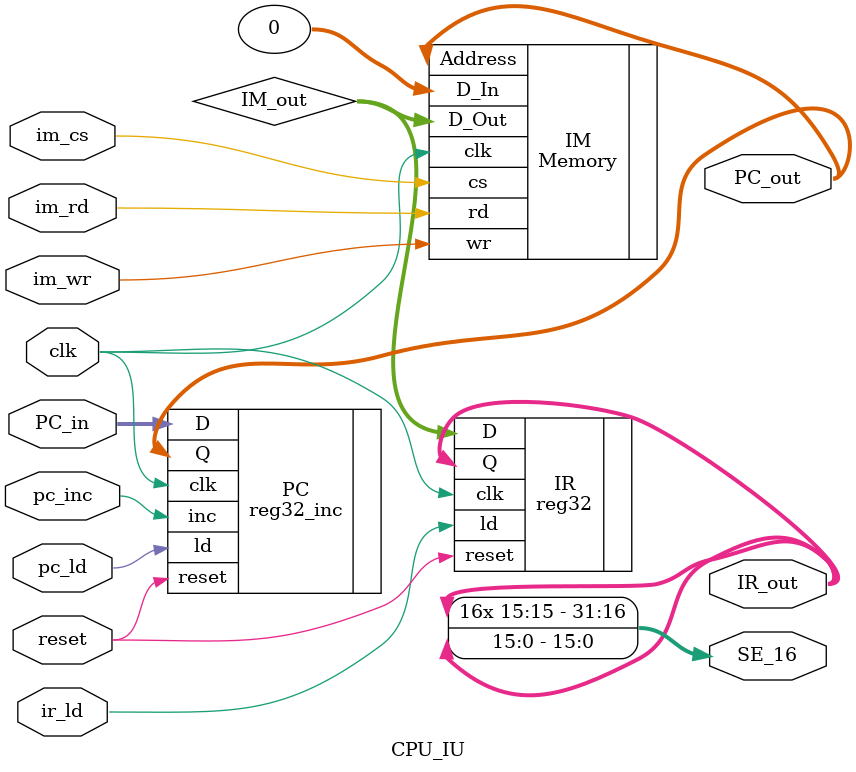
<source format=v>
`timescale 1ns / 1ps
/********************************************************************************
 *
 * Author:   Jesus Luciano & Rosswell Tiongco
 * Filename: CPU_IU.v
 * Date:     3/5/2019
 * Version:  1.0
 * 
 * Notes:    Instruction unit which contains a Program Counter, Instruction 
 *           Memory, Instruction Register and a sign extended output for
 *           immediate instructions.
 *
 *******************************************************************************/
module CPU_IU(clk, reset, im_cs, im_wr, im_rd, pc_ld, pc_inc, ir_ld, PC_in,
              PC_out, IR_out, SE_16);
              
    input         clk, reset, im_cs, im_wr, im_rd, pc_ld, pc_inc, ir_ld;
    input  [31:0] PC_in;
    
    output [31:0] PC_out, IR_out, SE_16;
    
    wire   [31:0] IM_out;
    
    //module reg32_inc(clk, reset, ld, inc, D, Q);
    reg32_inc   PC(.clk(clk), .reset(reset), .ld(pc_ld), .inc(pc_inc),
                 .D(PC_in), .Q(PC_out) );

    //instruction mem
    //module Data_Memory(clk, cs, wr, rd, Address, D_In, D_Out);
    Memory IM(.clk(clk), .cs(im_cs), .wr(im_wr), .rd(im_rd),
                   .Address(PC_out), .D_In(32'h0), .D_Out(IM_out) );
    
    //module reg32(clk, reset, ld, D, Q);
    //ir
    reg32       IR(.clk(clk), .reset(reset), .ld(ir_ld), 
                   .D(IM_out), .Q(IR_out) );
    
    //sign externsion of IR for immediate values
    assign SE_16 = {{ 16{IR_out[15]}}, IR_out[15:0]};
    
    
endmodule

</source>
